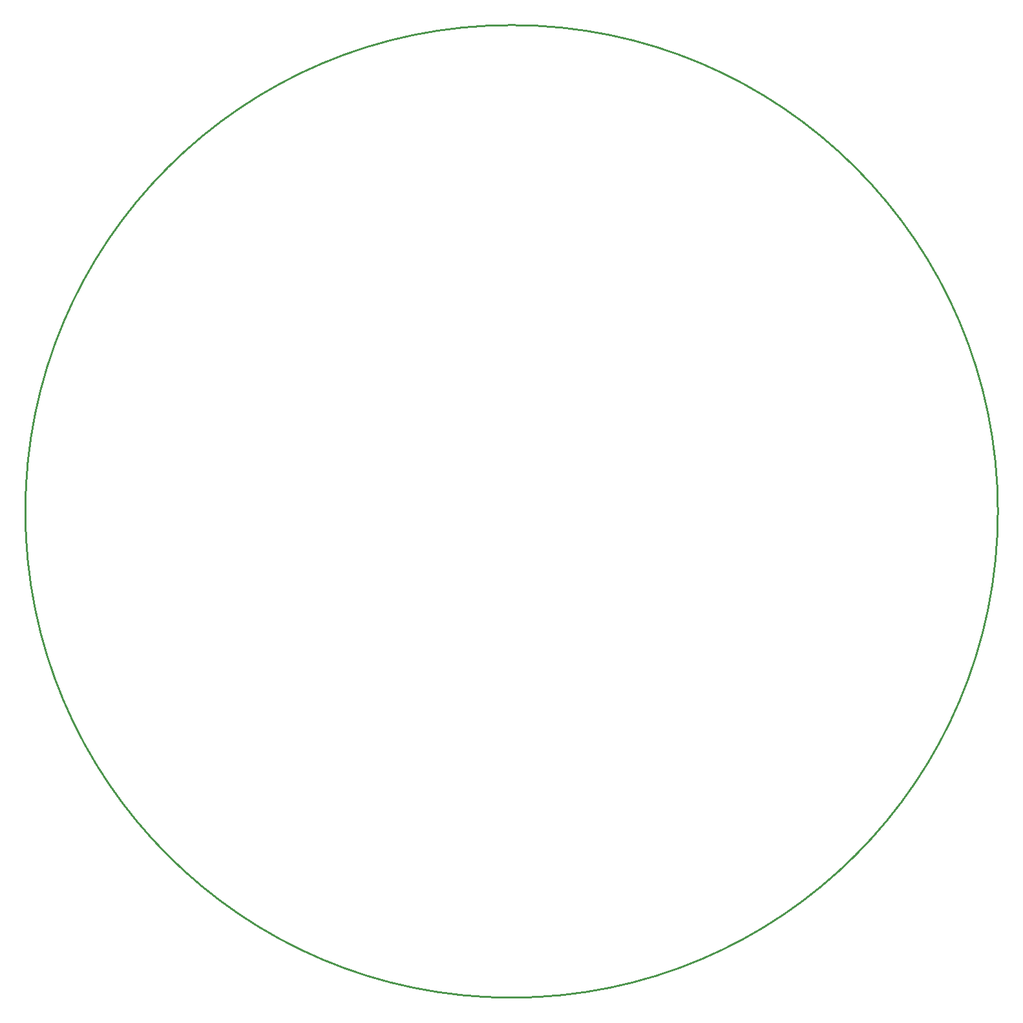
<source format=gko>
G04*
G04 #@! TF.GenerationSoftware,Altium Limited,Altium Designer,18.1.9 (240)*
G04*
G04 Layer_Color=16711935*
%FSTAX25Y25*%
%MOIN*%
G70*
G01*
G75*
%ADD22C,0.01000*%
D22*
X0750825Y05D02*
G03*
X0750825Y05I-0250825J0D01*
G01*
M02*

</source>
